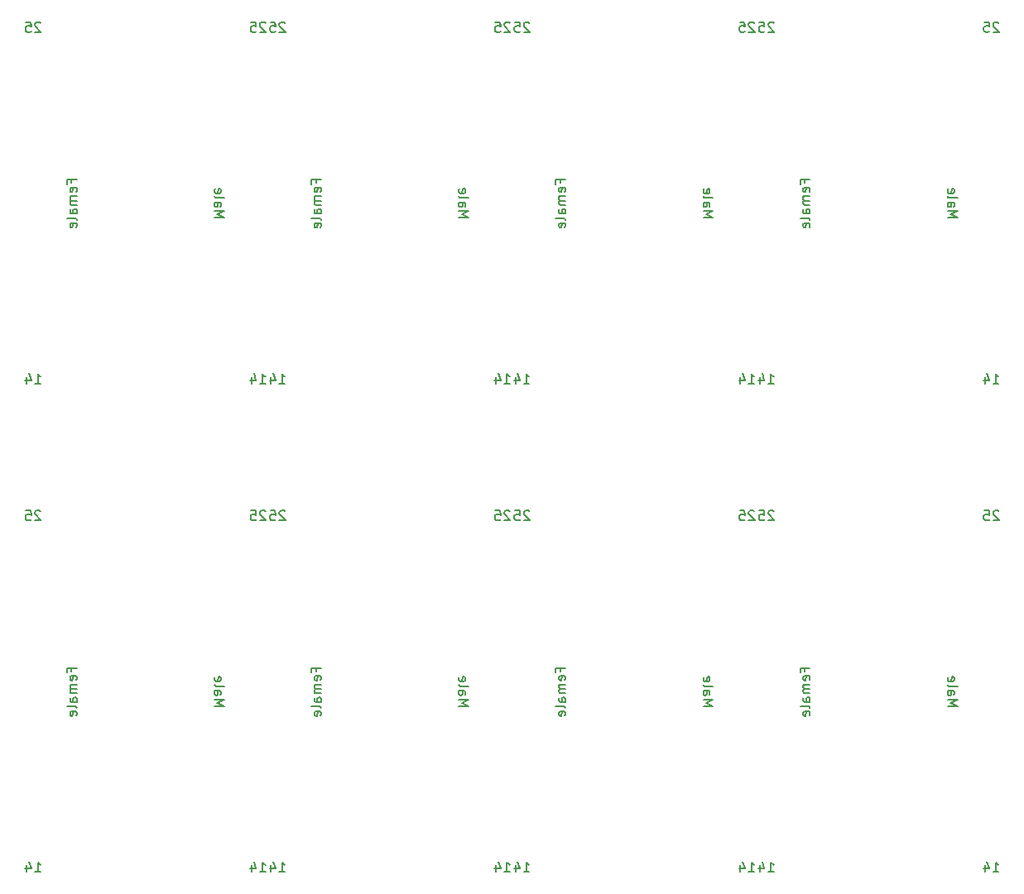
<source format=gbo>
G04 #@! TF.GenerationSoftware,KiCad,Pcbnew,(5.1.5)-3*
G04 #@! TF.CreationDate,2021-03-24T18:55:27+09:00*
G04 #@! TF.ProjectId,DSub25TestPoint(2x4),44537562-3235-4546-9573-74506f696e74,rev?*
G04 #@! TF.SameCoordinates,Original*
G04 #@! TF.FileFunction,Legend,Bot*
G04 #@! TF.FilePolarity,Positive*
%FSLAX46Y46*%
G04 Gerber Fmt 4.6, Leading zero omitted, Abs format (unit mm)*
G04 Created by KiCad (PCBNEW (5.1.5)-3) date 2021-03-24 18:55:27*
%MOMM*%
%LPD*%
G04 APERTURE LIST*
%ADD10C,0.150000*%
G04 APERTURE END LIST*
D10*
X106190476Y-73452380D02*
X106761904Y-73452380D01*
X106476190Y-73452380D02*
X106476190Y-72452380D01*
X106571428Y-72595238D01*
X106666666Y-72690476D01*
X106761904Y-72738095D01*
X105333333Y-72785714D02*
X105333333Y-73452380D01*
X105571428Y-72404761D02*
X105809523Y-73119047D01*
X105190476Y-73119047D01*
X129761904Y-86547619D02*
X129714285Y-86500000D01*
X129619047Y-86452380D01*
X129380952Y-86452380D01*
X129285714Y-86500000D01*
X129238095Y-86547619D01*
X129190476Y-86642857D01*
X129190476Y-86738095D01*
X129238095Y-86880952D01*
X129809523Y-87452380D01*
X129190476Y-87452380D01*
X128285714Y-86452380D02*
X128761904Y-86452380D01*
X128809523Y-86928571D01*
X128761904Y-86880952D01*
X128666666Y-86833333D01*
X128428571Y-86833333D01*
X128333333Y-86880952D01*
X128285714Y-86928571D01*
X128238095Y-87023809D01*
X128238095Y-87261904D01*
X128285714Y-87357142D01*
X128333333Y-87404761D01*
X128428571Y-87452380D01*
X128666666Y-87452380D01*
X128761904Y-87404761D01*
X128809523Y-87357142D01*
X124547619Y-106476190D02*
X125547619Y-106476190D01*
X124833333Y-106142857D01*
X125547619Y-105809523D01*
X124547619Y-105809523D01*
X124547619Y-104904761D02*
X125071428Y-104904761D01*
X125166666Y-104952380D01*
X125214285Y-105047619D01*
X125214285Y-105238095D01*
X125166666Y-105333333D01*
X124595238Y-104904761D02*
X124547619Y-105000000D01*
X124547619Y-105238095D01*
X124595238Y-105333333D01*
X124690476Y-105380952D01*
X124785714Y-105380952D01*
X124880952Y-105333333D01*
X124928571Y-105238095D01*
X124928571Y-105000000D01*
X124976190Y-104904761D01*
X124547619Y-104285714D02*
X124595238Y-104380952D01*
X124690476Y-104428571D01*
X125547619Y-104428571D01*
X124595238Y-103523809D02*
X124547619Y-103619047D01*
X124547619Y-103809523D01*
X124595238Y-103904761D01*
X124690476Y-103952380D01*
X125071428Y-103952380D01*
X125166666Y-103904761D01*
X125214285Y-103809523D01*
X125214285Y-103619047D01*
X125166666Y-103523809D01*
X125071428Y-103476190D01*
X124976190Y-103476190D01*
X124880952Y-103952380D01*
X106761904Y-36547619D02*
X106714285Y-36500000D01*
X106619047Y-36452380D01*
X106380952Y-36452380D01*
X106285714Y-36500000D01*
X106238095Y-36547619D01*
X106190476Y-36642857D01*
X106190476Y-36738095D01*
X106238095Y-36880952D01*
X106809523Y-37452380D01*
X106190476Y-37452380D01*
X105285714Y-36452380D02*
X105761904Y-36452380D01*
X105809523Y-36928571D01*
X105761904Y-36880952D01*
X105666666Y-36833333D01*
X105428571Y-36833333D01*
X105333333Y-36880952D01*
X105285714Y-36928571D01*
X105238095Y-37023809D01*
X105238095Y-37261904D01*
X105285714Y-37357142D01*
X105333333Y-37404761D01*
X105428571Y-37452380D01*
X105666666Y-37452380D01*
X105761904Y-37404761D01*
X105809523Y-37357142D01*
X109928571Y-102904761D02*
X109928571Y-102571428D01*
X110452380Y-102571428D02*
X109452380Y-102571428D01*
X109452380Y-103047619D01*
X110404761Y-103809523D02*
X110452380Y-103714285D01*
X110452380Y-103523809D01*
X110404761Y-103428571D01*
X110309523Y-103380952D01*
X109928571Y-103380952D01*
X109833333Y-103428571D01*
X109785714Y-103523809D01*
X109785714Y-103714285D01*
X109833333Y-103809523D01*
X109928571Y-103857142D01*
X110023809Y-103857142D01*
X110119047Y-103380952D01*
X110452380Y-104285714D02*
X109785714Y-104285714D01*
X109880952Y-104285714D02*
X109833333Y-104333333D01*
X109785714Y-104428571D01*
X109785714Y-104571428D01*
X109833333Y-104666666D01*
X109928571Y-104714285D01*
X110452380Y-104714285D01*
X109928571Y-104714285D02*
X109833333Y-104761904D01*
X109785714Y-104857142D01*
X109785714Y-105000000D01*
X109833333Y-105095238D01*
X109928571Y-105142857D01*
X110452380Y-105142857D01*
X110452380Y-106047619D02*
X109928571Y-106047619D01*
X109833333Y-106000000D01*
X109785714Y-105904761D01*
X109785714Y-105714285D01*
X109833333Y-105619047D01*
X110404761Y-106047619D02*
X110452380Y-105952380D01*
X110452380Y-105714285D01*
X110404761Y-105619047D01*
X110309523Y-105571428D01*
X110214285Y-105571428D01*
X110119047Y-105619047D01*
X110071428Y-105714285D01*
X110071428Y-105952380D01*
X110023809Y-106047619D01*
X110452380Y-106666666D02*
X110404761Y-106571428D01*
X110309523Y-106523809D01*
X109452380Y-106523809D01*
X110404761Y-107428571D02*
X110452380Y-107333333D01*
X110452380Y-107142857D01*
X110404761Y-107047619D01*
X110309523Y-107000000D01*
X109928571Y-107000000D01*
X109833333Y-107047619D01*
X109785714Y-107142857D01*
X109785714Y-107333333D01*
X109833333Y-107428571D01*
X109928571Y-107476190D01*
X110023809Y-107476190D01*
X110119047Y-107000000D01*
X129190476Y-123452380D02*
X129761904Y-123452380D01*
X129476190Y-123452380D02*
X129476190Y-122452380D01*
X129571428Y-122595238D01*
X129666666Y-122690476D01*
X129761904Y-122738095D01*
X128333333Y-122785714D02*
X128333333Y-123452380D01*
X128571428Y-122404761D02*
X128809523Y-123119047D01*
X128190476Y-123119047D01*
X129190476Y-73452380D02*
X129761904Y-73452380D01*
X129476190Y-73452380D02*
X129476190Y-72452380D01*
X129571428Y-72595238D01*
X129666666Y-72690476D01*
X129761904Y-72738095D01*
X128333333Y-72785714D02*
X128333333Y-73452380D01*
X128571428Y-72404761D02*
X128809523Y-73119047D01*
X128190476Y-73119047D01*
X129761904Y-36547619D02*
X129714285Y-36500000D01*
X129619047Y-36452380D01*
X129380952Y-36452380D01*
X129285714Y-36500000D01*
X129238095Y-36547619D01*
X129190476Y-36642857D01*
X129190476Y-36738095D01*
X129238095Y-36880952D01*
X129809523Y-37452380D01*
X129190476Y-37452380D01*
X128285714Y-36452380D02*
X128761904Y-36452380D01*
X128809523Y-36928571D01*
X128761904Y-36880952D01*
X128666666Y-36833333D01*
X128428571Y-36833333D01*
X128333333Y-36880952D01*
X128285714Y-36928571D01*
X128238095Y-37023809D01*
X128238095Y-37261904D01*
X128285714Y-37357142D01*
X128333333Y-37404761D01*
X128428571Y-37452380D01*
X128666666Y-37452380D01*
X128761904Y-37404761D01*
X128809523Y-37357142D01*
X124547619Y-56476190D02*
X125547619Y-56476190D01*
X124833333Y-56142857D01*
X125547619Y-55809523D01*
X124547619Y-55809523D01*
X124547619Y-54904761D02*
X125071428Y-54904761D01*
X125166666Y-54952380D01*
X125214285Y-55047619D01*
X125214285Y-55238095D01*
X125166666Y-55333333D01*
X124595238Y-54904761D02*
X124547619Y-55000000D01*
X124547619Y-55238095D01*
X124595238Y-55333333D01*
X124690476Y-55380952D01*
X124785714Y-55380952D01*
X124880952Y-55333333D01*
X124928571Y-55238095D01*
X124928571Y-55000000D01*
X124976190Y-54904761D01*
X124547619Y-54285714D02*
X124595238Y-54380952D01*
X124690476Y-54428571D01*
X125547619Y-54428571D01*
X124595238Y-53523809D02*
X124547619Y-53619047D01*
X124547619Y-53809523D01*
X124595238Y-53904761D01*
X124690476Y-53952380D01*
X125071428Y-53952380D01*
X125166666Y-53904761D01*
X125214285Y-53809523D01*
X125214285Y-53619047D01*
X125166666Y-53523809D01*
X125071428Y-53476190D01*
X124976190Y-53476190D01*
X124880952Y-53952380D01*
X106761904Y-86547619D02*
X106714285Y-86500000D01*
X106619047Y-86452380D01*
X106380952Y-86452380D01*
X106285714Y-86500000D01*
X106238095Y-86547619D01*
X106190476Y-86642857D01*
X106190476Y-86738095D01*
X106238095Y-86880952D01*
X106809523Y-87452380D01*
X106190476Y-87452380D01*
X105285714Y-86452380D02*
X105761904Y-86452380D01*
X105809523Y-86928571D01*
X105761904Y-86880952D01*
X105666666Y-86833333D01*
X105428571Y-86833333D01*
X105333333Y-86880952D01*
X105285714Y-86928571D01*
X105238095Y-87023809D01*
X105238095Y-87261904D01*
X105285714Y-87357142D01*
X105333333Y-87404761D01*
X105428571Y-87452380D01*
X105666666Y-87452380D01*
X105761904Y-87404761D01*
X105809523Y-87357142D01*
X109928571Y-52904761D02*
X109928571Y-52571428D01*
X110452380Y-52571428D02*
X109452380Y-52571428D01*
X109452380Y-53047619D01*
X110404761Y-53809523D02*
X110452380Y-53714285D01*
X110452380Y-53523809D01*
X110404761Y-53428571D01*
X110309523Y-53380952D01*
X109928571Y-53380952D01*
X109833333Y-53428571D01*
X109785714Y-53523809D01*
X109785714Y-53714285D01*
X109833333Y-53809523D01*
X109928571Y-53857142D01*
X110023809Y-53857142D01*
X110119047Y-53380952D01*
X110452380Y-54285714D02*
X109785714Y-54285714D01*
X109880952Y-54285714D02*
X109833333Y-54333333D01*
X109785714Y-54428571D01*
X109785714Y-54571428D01*
X109833333Y-54666666D01*
X109928571Y-54714285D01*
X110452380Y-54714285D01*
X109928571Y-54714285D02*
X109833333Y-54761904D01*
X109785714Y-54857142D01*
X109785714Y-55000000D01*
X109833333Y-55095238D01*
X109928571Y-55142857D01*
X110452380Y-55142857D01*
X110452380Y-56047619D02*
X109928571Y-56047619D01*
X109833333Y-56000000D01*
X109785714Y-55904761D01*
X109785714Y-55714285D01*
X109833333Y-55619047D01*
X110404761Y-56047619D02*
X110452380Y-55952380D01*
X110452380Y-55714285D01*
X110404761Y-55619047D01*
X110309523Y-55571428D01*
X110214285Y-55571428D01*
X110119047Y-55619047D01*
X110071428Y-55714285D01*
X110071428Y-55952380D01*
X110023809Y-56047619D01*
X110452380Y-56666666D02*
X110404761Y-56571428D01*
X110309523Y-56523809D01*
X109452380Y-56523809D01*
X110404761Y-57428571D02*
X110452380Y-57333333D01*
X110452380Y-57142857D01*
X110404761Y-57047619D01*
X110309523Y-57000000D01*
X109928571Y-57000000D01*
X109833333Y-57047619D01*
X109785714Y-57142857D01*
X109785714Y-57333333D01*
X109833333Y-57428571D01*
X109928571Y-57476190D01*
X110023809Y-57476190D01*
X110119047Y-57000000D01*
X106190476Y-123452380D02*
X106761904Y-123452380D01*
X106476190Y-123452380D02*
X106476190Y-122452380D01*
X106571428Y-122595238D01*
X106666666Y-122690476D01*
X106761904Y-122738095D01*
X105333333Y-122785714D02*
X105333333Y-123452380D01*
X105571428Y-122404761D02*
X105809523Y-123119047D01*
X105190476Y-123119047D01*
X81190476Y-123452380D02*
X81761904Y-123452380D01*
X81476190Y-123452380D02*
X81476190Y-122452380D01*
X81571428Y-122595238D01*
X81666666Y-122690476D01*
X81761904Y-122738095D01*
X80333333Y-122785714D02*
X80333333Y-123452380D01*
X80571428Y-122404761D02*
X80809523Y-123119047D01*
X80190476Y-123119047D01*
X104190476Y-123452380D02*
X104761904Y-123452380D01*
X104476190Y-123452380D02*
X104476190Y-122452380D01*
X104571428Y-122595238D01*
X104666666Y-122690476D01*
X104761904Y-122738095D01*
X103333333Y-122785714D02*
X103333333Y-123452380D01*
X103571428Y-122404761D02*
X103809523Y-123119047D01*
X103190476Y-123119047D01*
X84928571Y-102904761D02*
X84928571Y-102571428D01*
X85452380Y-102571428D02*
X84452380Y-102571428D01*
X84452380Y-103047619D01*
X85404761Y-103809523D02*
X85452380Y-103714285D01*
X85452380Y-103523809D01*
X85404761Y-103428571D01*
X85309523Y-103380952D01*
X84928571Y-103380952D01*
X84833333Y-103428571D01*
X84785714Y-103523809D01*
X84785714Y-103714285D01*
X84833333Y-103809523D01*
X84928571Y-103857142D01*
X85023809Y-103857142D01*
X85119047Y-103380952D01*
X85452380Y-104285714D02*
X84785714Y-104285714D01*
X84880952Y-104285714D02*
X84833333Y-104333333D01*
X84785714Y-104428571D01*
X84785714Y-104571428D01*
X84833333Y-104666666D01*
X84928571Y-104714285D01*
X85452380Y-104714285D01*
X84928571Y-104714285D02*
X84833333Y-104761904D01*
X84785714Y-104857142D01*
X84785714Y-105000000D01*
X84833333Y-105095238D01*
X84928571Y-105142857D01*
X85452380Y-105142857D01*
X85452380Y-106047619D02*
X84928571Y-106047619D01*
X84833333Y-106000000D01*
X84785714Y-105904761D01*
X84785714Y-105714285D01*
X84833333Y-105619047D01*
X85404761Y-106047619D02*
X85452380Y-105952380D01*
X85452380Y-105714285D01*
X85404761Y-105619047D01*
X85309523Y-105571428D01*
X85214285Y-105571428D01*
X85119047Y-105619047D01*
X85071428Y-105714285D01*
X85071428Y-105952380D01*
X85023809Y-106047619D01*
X85452380Y-106666666D02*
X85404761Y-106571428D01*
X85309523Y-106523809D01*
X84452380Y-106523809D01*
X85404761Y-107428571D02*
X85452380Y-107333333D01*
X85452380Y-107142857D01*
X85404761Y-107047619D01*
X85309523Y-107000000D01*
X84928571Y-107000000D01*
X84833333Y-107047619D01*
X84785714Y-107142857D01*
X84785714Y-107333333D01*
X84833333Y-107428571D01*
X84928571Y-107476190D01*
X85023809Y-107476190D01*
X85119047Y-107000000D01*
X81761904Y-86547619D02*
X81714285Y-86500000D01*
X81619047Y-86452380D01*
X81380952Y-86452380D01*
X81285714Y-86500000D01*
X81238095Y-86547619D01*
X81190476Y-86642857D01*
X81190476Y-86738095D01*
X81238095Y-86880952D01*
X81809523Y-87452380D01*
X81190476Y-87452380D01*
X80285714Y-86452380D02*
X80761904Y-86452380D01*
X80809523Y-86928571D01*
X80761904Y-86880952D01*
X80666666Y-86833333D01*
X80428571Y-86833333D01*
X80333333Y-86880952D01*
X80285714Y-86928571D01*
X80238095Y-87023809D01*
X80238095Y-87261904D01*
X80285714Y-87357142D01*
X80333333Y-87404761D01*
X80428571Y-87452380D01*
X80666666Y-87452380D01*
X80761904Y-87404761D01*
X80809523Y-87357142D01*
X104761904Y-86547619D02*
X104714285Y-86500000D01*
X104619047Y-86452380D01*
X104380952Y-86452380D01*
X104285714Y-86500000D01*
X104238095Y-86547619D01*
X104190476Y-86642857D01*
X104190476Y-86738095D01*
X104238095Y-86880952D01*
X104809523Y-87452380D01*
X104190476Y-87452380D01*
X103285714Y-86452380D02*
X103761904Y-86452380D01*
X103809523Y-86928571D01*
X103761904Y-86880952D01*
X103666666Y-86833333D01*
X103428571Y-86833333D01*
X103333333Y-86880952D01*
X103285714Y-86928571D01*
X103238095Y-87023809D01*
X103238095Y-87261904D01*
X103285714Y-87357142D01*
X103333333Y-87404761D01*
X103428571Y-87452380D01*
X103666666Y-87452380D01*
X103761904Y-87404761D01*
X103809523Y-87357142D01*
X99547619Y-106476190D02*
X100547619Y-106476190D01*
X99833333Y-106142857D01*
X100547619Y-105809523D01*
X99547619Y-105809523D01*
X99547619Y-104904761D02*
X100071428Y-104904761D01*
X100166666Y-104952380D01*
X100214285Y-105047619D01*
X100214285Y-105238095D01*
X100166666Y-105333333D01*
X99595238Y-104904761D02*
X99547619Y-105000000D01*
X99547619Y-105238095D01*
X99595238Y-105333333D01*
X99690476Y-105380952D01*
X99785714Y-105380952D01*
X99880952Y-105333333D01*
X99928571Y-105238095D01*
X99928571Y-105000000D01*
X99976190Y-104904761D01*
X99547619Y-104285714D02*
X99595238Y-104380952D01*
X99690476Y-104428571D01*
X100547619Y-104428571D01*
X99595238Y-103523809D02*
X99547619Y-103619047D01*
X99547619Y-103809523D01*
X99595238Y-103904761D01*
X99690476Y-103952380D01*
X100071428Y-103952380D01*
X100166666Y-103904761D01*
X100214285Y-103809523D01*
X100214285Y-103619047D01*
X100166666Y-103523809D01*
X100071428Y-103476190D01*
X99976190Y-103476190D01*
X99880952Y-103952380D01*
X81190476Y-73452380D02*
X81761904Y-73452380D01*
X81476190Y-73452380D02*
X81476190Y-72452380D01*
X81571428Y-72595238D01*
X81666666Y-72690476D01*
X81761904Y-72738095D01*
X80333333Y-72785714D02*
X80333333Y-73452380D01*
X80571428Y-72404761D02*
X80809523Y-73119047D01*
X80190476Y-73119047D01*
X99547619Y-56476190D02*
X100547619Y-56476190D01*
X99833333Y-56142857D01*
X100547619Y-55809523D01*
X99547619Y-55809523D01*
X99547619Y-54904761D02*
X100071428Y-54904761D01*
X100166666Y-54952380D01*
X100214285Y-55047619D01*
X100214285Y-55238095D01*
X100166666Y-55333333D01*
X99595238Y-54904761D02*
X99547619Y-55000000D01*
X99547619Y-55238095D01*
X99595238Y-55333333D01*
X99690476Y-55380952D01*
X99785714Y-55380952D01*
X99880952Y-55333333D01*
X99928571Y-55238095D01*
X99928571Y-55000000D01*
X99976190Y-54904761D01*
X99547619Y-54285714D02*
X99595238Y-54380952D01*
X99690476Y-54428571D01*
X100547619Y-54428571D01*
X99595238Y-53523809D02*
X99547619Y-53619047D01*
X99547619Y-53809523D01*
X99595238Y-53904761D01*
X99690476Y-53952380D01*
X100071428Y-53952380D01*
X100166666Y-53904761D01*
X100214285Y-53809523D01*
X100214285Y-53619047D01*
X100166666Y-53523809D01*
X100071428Y-53476190D01*
X99976190Y-53476190D01*
X99880952Y-53952380D01*
X104761904Y-36547619D02*
X104714285Y-36500000D01*
X104619047Y-36452380D01*
X104380952Y-36452380D01*
X104285714Y-36500000D01*
X104238095Y-36547619D01*
X104190476Y-36642857D01*
X104190476Y-36738095D01*
X104238095Y-36880952D01*
X104809523Y-37452380D01*
X104190476Y-37452380D01*
X103285714Y-36452380D02*
X103761904Y-36452380D01*
X103809523Y-36928571D01*
X103761904Y-36880952D01*
X103666666Y-36833333D01*
X103428571Y-36833333D01*
X103333333Y-36880952D01*
X103285714Y-36928571D01*
X103238095Y-37023809D01*
X103238095Y-37261904D01*
X103285714Y-37357142D01*
X103333333Y-37404761D01*
X103428571Y-37452380D01*
X103666666Y-37452380D01*
X103761904Y-37404761D01*
X103809523Y-37357142D01*
X104190476Y-73452380D02*
X104761904Y-73452380D01*
X104476190Y-73452380D02*
X104476190Y-72452380D01*
X104571428Y-72595238D01*
X104666666Y-72690476D01*
X104761904Y-72738095D01*
X103333333Y-72785714D02*
X103333333Y-73452380D01*
X103571428Y-72404761D02*
X103809523Y-73119047D01*
X103190476Y-73119047D01*
X81761904Y-36547619D02*
X81714285Y-36500000D01*
X81619047Y-36452380D01*
X81380952Y-36452380D01*
X81285714Y-36500000D01*
X81238095Y-36547619D01*
X81190476Y-36642857D01*
X81190476Y-36738095D01*
X81238095Y-36880952D01*
X81809523Y-37452380D01*
X81190476Y-37452380D01*
X80285714Y-36452380D02*
X80761904Y-36452380D01*
X80809523Y-36928571D01*
X80761904Y-36880952D01*
X80666666Y-36833333D01*
X80428571Y-36833333D01*
X80333333Y-36880952D01*
X80285714Y-36928571D01*
X80238095Y-37023809D01*
X80238095Y-37261904D01*
X80285714Y-37357142D01*
X80333333Y-37404761D01*
X80428571Y-37452380D01*
X80666666Y-37452380D01*
X80761904Y-37404761D01*
X80809523Y-37357142D01*
X84928571Y-52904761D02*
X84928571Y-52571428D01*
X85452380Y-52571428D02*
X84452380Y-52571428D01*
X84452380Y-53047619D01*
X85404761Y-53809523D02*
X85452380Y-53714285D01*
X85452380Y-53523809D01*
X85404761Y-53428571D01*
X85309523Y-53380952D01*
X84928571Y-53380952D01*
X84833333Y-53428571D01*
X84785714Y-53523809D01*
X84785714Y-53714285D01*
X84833333Y-53809523D01*
X84928571Y-53857142D01*
X85023809Y-53857142D01*
X85119047Y-53380952D01*
X85452380Y-54285714D02*
X84785714Y-54285714D01*
X84880952Y-54285714D02*
X84833333Y-54333333D01*
X84785714Y-54428571D01*
X84785714Y-54571428D01*
X84833333Y-54666666D01*
X84928571Y-54714285D01*
X85452380Y-54714285D01*
X84928571Y-54714285D02*
X84833333Y-54761904D01*
X84785714Y-54857142D01*
X84785714Y-55000000D01*
X84833333Y-55095238D01*
X84928571Y-55142857D01*
X85452380Y-55142857D01*
X85452380Y-56047619D02*
X84928571Y-56047619D01*
X84833333Y-56000000D01*
X84785714Y-55904761D01*
X84785714Y-55714285D01*
X84833333Y-55619047D01*
X85404761Y-56047619D02*
X85452380Y-55952380D01*
X85452380Y-55714285D01*
X85404761Y-55619047D01*
X85309523Y-55571428D01*
X85214285Y-55571428D01*
X85119047Y-55619047D01*
X85071428Y-55714285D01*
X85071428Y-55952380D01*
X85023809Y-56047619D01*
X85452380Y-56666666D02*
X85404761Y-56571428D01*
X85309523Y-56523809D01*
X84452380Y-56523809D01*
X85404761Y-57428571D02*
X85452380Y-57333333D01*
X85452380Y-57142857D01*
X85404761Y-57047619D01*
X85309523Y-57000000D01*
X84928571Y-57000000D01*
X84833333Y-57047619D01*
X84785714Y-57142857D01*
X84785714Y-57333333D01*
X84833333Y-57428571D01*
X84928571Y-57476190D01*
X85023809Y-57476190D01*
X85119047Y-57000000D01*
X56190476Y-123452380D02*
X56761904Y-123452380D01*
X56476190Y-123452380D02*
X56476190Y-122452380D01*
X56571428Y-122595238D01*
X56666666Y-122690476D01*
X56761904Y-122738095D01*
X55333333Y-122785714D02*
X55333333Y-123452380D01*
X55571428Y-122404761D02*
X55809523Y-123119047D01*
X55190476Y-123119047D01*
X79190476Y-123452380D02*
X79761904Y-123452380D01*
X79476190Y-123452380D02*
X79476190Y-122452380D01*
X79571428Y-122595238D01*
X79666666Y-122690476D01*
X79761904Y-122738095D01*
X78333333Y-122785714D02*
X78333333Y-123452380D01*
X78571428Y-122404761D02*
X78809523Y-123119047D01*
X78190476Y-123119047D01*
X59928571Y-102904761D02*
X59928571Y-102571428D01*
X60452380Y-102571428D02*
X59452380Y-102571428D01*
X59452380Y-103047619D01*
X60404761Y-103809523D02*
X60452380Y-103714285D01*
X60452380Y-103523809D01*
X60404761Y-103428571D01*
X60309523Y-103380952D01*
X59928571Y-103380952D01*
X59833333Y-103428571D01*
X59785714Y-103523809D01*
X59785714Y-103714285D01*
X59833333Y-103809523D01*
X59928571Y-103857142D01*
X60023809Y-103857142D01*
X60119047Y-103380952D01*
X60452380Y-104285714D02*
X59785714Y-104285714D01*
X59880952Y-104285714D02*
X59833333Y-104333333D01*
X59785714Y-104428571D01*
X59785714Y-104571428D01*
X59833333Y-104666666D01*
X59928571Y-104714285D01*
X60452380Y-104714285D01*
X59928571Y-104714285D02*
X59833333Y-104761904D01*
X59785714Y-104857142D01*
X59785714Y-105000000D01*
X59833333Y-105095238D01*
X59928571Y-105142857D01*
X60452380Y-105142857D01*
X60452380Y-106047619D02*
X59928571Y-106047619D01*
X59833333Y-106000000D01*
X59785714Y-105904761D01*
X59785714Y-105714285D01*
X59833333Y-105619047D01*
X60404761Y-106047619D02*
X60452380Y-105952380D01*
X60452380Y-105714285D01*
X60404761Y-105619047D01*
X60309523Y-105571428D01*
X60214285Y-105571428D01*
X60119047Y-105619047D01*
X60071428Y-105714285D01*
X60071428Y-105952380D01*
X60023809Y-106047619D01*
X60452380Y-106666666D02*
X60404761Y-106571428D01*
X60309523Y-106523809D01*
X59452380Y-106523809D01*
X60404761Y-107428571D02*
X60452380Y-107333333D01*
X60452380Y-107142857D01*
X60404761Y-107047619D01*
X60309523Y-107000000D01*
X59928571Y-107000000D01*
X59833333Y-107047619D01*
X59785714Y-107142857D01*
X59785714Y-107333333D01*
X59833333Y-107428571D01*
X59928571Y-107476190D01*
X60023809Y-107476190D01*
X60119047Y-107000000D01*
X56761904Y-86547619D02*
X56714285Y-86500000D01*
X56619047Y-86452380D01*
X56380952Y-86452380D01*
X56285714Y-86500000D01*
X56238095Y-86547619D01*
X56190476Y-86642857D01*
X56190476Y-86738095D01*
X56238095Y-86880952D01*
X56809523Y-87452380D01*
X56190476Y-87452380D01*
X55285714Y-86452380D02*
X55761904Y-86452380D01*
X55809523Y-86928571D01*
X55761904Y-86880952D01*
X55666666Y-86833333D01*
X55428571Y-86833333D01*
X55333333Y-86880952D01*
X55285714Y-86928571D01*
X55238095Y-87023809D01*
X55238095Y-87261904D01*
X55285714Y-87357142D01*
X55333333Y-87404761D01*
X55428571Y-87452380D01*
X55666666Y-87452380D01*
X55761904Y-87404761D01*
X55809523Y-87357142D01*
X79761904Y-86547619D02*
X79714285Y-86500000D01*
X79619047Y-86452380D01*
X79380952Y-86452380D01*
X79285714Y-86500000D01*
X79238095Y-86547619D01*
X79190476Y-86642857D01*
X79190476Y-86738095D01*
X79238095Y-86880952D01*
X79809523Y-87452380D01*
X79190476Y-87452380D01*
X78285714Y-86452380D02*
X78761904Y-86452380D01*
X78809523Y-86928571D01*
X78761904Y-86880952D01*
X78666666Y-86833333D01*
X78428571Y-86833333D01*
X78333333Y-86880952D01*
X78285714Y-86928571D01*
X78238095Y-87023809D01*
X78238095Y-87261904D01*
X78285714Y-87357142D01*
X78333333Y-87404761D01*
X78428571Y-87452380D01*
X78666666Y-87452380D01*
X78761904Y-87404761D01*
X78809523Y-87357142D01*
X74547619Y-106476190D02*
X75547619Y-106476190D01*
X74833333Y-106142857D01*
X75547619Y-105809523D01*
X74547619Y-105809523D01*
X74547619Y-104904761D02*
X75071428Y-104904761D01*
X75166666Y-104952380D01*
X75214285Y-105047619D01*
X75214285Y-105238095D01*
X75166666Y-105333333D01*
X74595238Y-104904761D02*
X74547619Y-105000000D01*
X74547619Y-105238095D01*
X74595238Y-105333333D01*
X74690476Y-105380952D01*
X74785714Y-105380952D01*
X74880952Y-105333333D01*
X74928571Y-105238095D01*
X74928571Y-105000000D01*
X74976190Y-104904761D01*
X74547619Y-104285714D02*
X74595238Y-104380952D01*
X74690476Y-104428571D01*
X75547619Y-104428571D01*
X74595238Y-103523809D02*
X74547619Y-103619047D01*
X74547619Y-103809523D01*
X74595238Y-103904761D01*
X74690476Y-103952380D01*
X75071428Y-103952380D01*
X75166666Y-103904761D01*
X75214285Y-103809523D01*
X75214285Y-103619047D01*
X75166666Y-103523809D01*
X75071428Y-103476190D01*
X74976190Y-103476190D01*
X74880952Y-103952380D01*
X56190476Y-73452380D02*
X56761904Y-73452380D01*
X56476190Y-73452380D02*
X56476190Y-72452380D01*
X56571428Y-72595238D01*
X56666666Y-72690476D01*
X56761904Y-72738095D01*
X55333333Y-72785714D02*
X55333333Y-73452380D01*
X55571428Y-72404761D02*
X55809523Y-73119047D01*
X55190476Y-73119047D01*
X74547619Y-56476190D02*
X75547619Y-56476190D01*
X74833333Y-56142857D01*
X75547619Y-55809523D01*
X74547619Y-55809523D01*
X74547619Y-54904761D02*
X75071428Y-54904761D01*
X75166666Y-54952380D01*
X75214285Y-55047619D01*
X75214285Y-55238095D01*
X75166666Y-55333333D01*
X74595238Y-54904761D02*
X74547619Y-55000000D01*
X74547619Y-55238095D01*
X74595238Y-55333333D01*
X74690476Y-55380952D01*
X74785714Y-55380952D01*
X74880952Y-55333333D01*
X74928571Y-55238095D01*
X74928571Y-55000000D01*
X74976190Y-54904761D01*
X74547619Y-54285714D02*
X74595238Y-54380952D01*
X74690476Y-54428571D01*
X75547619Y-54428571D01*
X74595238Y-53523809D02*
X74547619Y-53619047D01*
X74547619Y-53809523D01*
X74595238Y-53904761D01*
X74690476Y-53952380D01*
X75071428Y-53952380D01*
X75166666Y-53904761D01*
X75214285Y-53809523D01*
X75214285Y-53619047D01*
X75166666Y-53523809D01*
X75071428Y-53476190D01*
X74976190Y-53476190D01*
X74880952Y-53952380D01*
X79761904Y-36547619D02*
X79714285Y-36500000D01*
X79619047Y-36452380D01*
X79380952Y-36452380D01*
X79285714Y-36500000D01*
X79238095Y-36547619D01*
X79190476Y-36642857D01*
X79190476Y-36738095D01*
X79238095Y-36880952D01*
X79809523Y-37452380D01*
X79190476Y-37452380D01*
X78285714Y-36452380D02*
X78761904Y-36452380D01*
X78809523Y-36928571D01*
X78761904Y-36880952D01*
X78666666Y-36833333D01*
X78428571Y-36833333D01*
X78333333Y-36880952D01*
X78285714Y-36928571D01*
X78238095Y-37023809D01*
X78238095Y-37261904D01*
X78285714Y-37357142D01*
X78333333Y-37404761D01*
X78428571Y-37452380D01*
X78666666Y-37452380D01*
X78761904Y-37404761D01*
X78809523Y-37357142D01*
X79190476Y-73452380D02*
X79761904Y-73452380D01*
X79476190Y-73452380D02*
X79476190Y-72452380D01*
X79571428Y-72595238D01*
X79666666Y-72690476D01*
X79761904Y-72738095D01*
X78333333Y-72785714D02*
X78333333Y-73452380D01*
X78571428Y-72404761D02*
X78809523Y-73119047D01*
X78190476Y-73119047D01*
X56761904Y-36547619D02*
X56714285Y-36500000D01*
X56619047Y-36452380D01*
X56380952Y-36452380D01*
X56285714Y-36500000D01*
X56238095Y-36547619D01*
X56190476Y-36642857D01*
X56190476Y-36738095D01*
X56238095Y-36880952D01*
X56809523Y-37452380D01*
X56190476Y-37452380D01*
X55285714Y-36452380D02*
X55761904Y-36452380D01*
X55809523Y-36928571D01*
X55761904Y-36880952D01*
X55666666Y-36833333D01*
X55428571Y-36833333D01*
X55333333Y-36880952D01*
X55285714Y-36928571D01*
X55238095Y-37023809D01*
X55238095Y-37261904D01*
X55285714Y-37357142D01*
X55333333Y-37404761D01*
X55428571Y-37452380D01*
X55666666Y-37452380D01*
X55761904Y-37404761D01*
X55809523Y-37357142D01*
X59928571Y-52904761D02*
X59928571Y-52571428D01*
X60452380Y-52571428D02*
X59452380Y-52571428D01*
X59452380Y-53047619D01*
X60404761Y-53809523D02*
X60452380Y-53714285D01*
X60452380Y-53523809D01*
X60404761Y-53428571D01*
X60309523Y-53380952D01*
X59928571Y-53380952D01*
X59833333Y-53428571D01*
X59785714Y-53523809D01*
X59785714Y-53714285D01*
X59833333Y-53809523D01*
X59928571Y-53857142D01*
X60023809Y-53857142D01*
X60119047Y-53380952D01*
X60452380Y-54285714D02*
X59785714Y-54285714D01*
X59880952Y-54285714D02*
X59833333Y-54333333D01*
X59785714Y-54428571D01*
X59785714Y-54571428D01*
X59833333Y-54666666D01*
X59928571Y-54714285D01*
X60452380Y-54714285D01*
X59928571Y-54714285D02*
X59833333Y-54761904D01*
X59785714Y-54857142D01*
X59785714Y-55000000D01*
X59833333Y-55095238D01*
X59928571Y-55142857D01*
X60452380Y-55142857D01*
X60452380Y-56047619D02*
X59928571Y-56047619D01*
X59833333Y-56000000D01*
X59785714Y-55904761D01*
X59785714Y-55714285D01*
X59833333Y-55619047D01*
X60404761Y-56047619D02*
X60452380Y-55952380D01*
X60452380Y-55714285D01*
X60404761Y-55619047D01*
X60309523Y-55571428D01*
X60214285Y-55571428D01*
X60119047Y-55619047D01*
X60071428Y-55714285D01*
X60071428Y-55952380D01*
X60023809Y-56047619D01*
X60452380Y-56666666D02*
X60404761Y-56571428D01*
X60309523Y-56523809D01*
X59452380Y-56523809D01*
X60404761Y-57428571D02*
X60452380Y-57333333D01*
X60452380Y-57142857D01*
X60404761Y-57047619D01*
X60309523Y-57000000D01*
X59928571Y-57000000D01*
X59833333Y-57047619D01*
X59785714Y-57142857D01*
X59785714Y-57333333D01*
X59833333Y-57428571D01*
X59928571Y-57476190D01*
X60023809Y-57476190D01*
X60119047Y-57000000D01*
X49547619Y-56476190D02*
X50547619Y-56476190D01*
X49833333Y-56142857D01*
X50547619Y-55809523D01*
X49547619Y-55809523D01*
X49547619Y-54904761D02*
X50071428Y-54904761D01*
X50166666Y-54952380D01*
X50214285Y-55047619D01*
X50214285Y-55238095D01*
X50166666Y-55333333D01*
X49595238Y-54904761D02*
X49547619Y-55000000D01*
X49547619Y-55238095D01*
X49595238Y-55333333D01*
X49690476Y-55380952D01*
X49785714Y-55380952D01*
X49880952Y-55333333D01*
X49928571Y-55238095D01*
X49928571Y-55000000D01*
X49976190Y-54904761D01*
X49547619Y-54285714D02*
X49595238Y-54380952D01*
X49690476Y-54428571D01*
X50547619Y-54428571D01*
X49595238Y-53523809D02*
X49547619Y-53619047D01*
X49547619Y-53809523D01*
X49595238Y-53904761D01*
X49690476Y-53952380D01*
X50071428Y-53952380D01*
X50166666Y-53904761D01*
X50214285Y-53809523D01*
X50214285Y-53619047D01*
X50166666Y-53523809D01*
X50071428Y-53476190D01*
X49976190Y-53476190D01*
X49880952Y-53952380D01*
X34928571Y-52904761D02*
X34928571Y-52571428D01*
X35452380Y-52571428D02*
X34452380Y-52571428D01*
X34452380Y-53047619D01*
X35404761Y-53809523D02*
X35452380Y-53714285D01*
X35452380Y-53523809D01*
X35404761Y-53428571D01*
X35309523Y-53380952D01*
X34928571Y-53380952D01*
X34833333Y-53428571D01*
X34785714Y-53523809D01*
X34785714Y-53714285D01*
X34833333Y-53809523D01*
X34928571Y-53857142D01*
X35023809Y-53857142D01*
X35119047Y-53380952D01*
X35452380Y-54285714D02*
X34785714Y-54285714D01*
X34880952Y-54285714D02*
X34833333Y-54333333D01*
X34785714Y-54428571D01*
X34785714Y-54571428D01*
X34833333Y-54666666D01*
X34928571Y-54714285D01*
X35452380Y-54714285D01*
X34928571Y-54714285D02*
X34833333Y-54761904D01*
X34785714Y-54857142D01*
X34785714Y-55000000D01*
X34833333Y-55095238D01*
X34928571Y-55142857D01*
X35452380Y-55142857D01*
X35452380Y-56047619D02*
X34928571Y-56047619D01*
X34833333Y-56000000D01*
X34785714Y-55904761D01*
X34785714Y-55714285D01*
X34833333Y-55619047D01*
X35404761Y-56047619D02*
X35452380Y-55952380D01*
X35452380Y-55714285D01*
X35404761Y-55619047D01*
X35309523Y-55571428D01*
X35214285Y-55571428D01*
X35119047Y-55619047D01*
X35071428Y-55714285D01*
X35071428Y-55952380D01*
X35023809Y-56047619D01*
X35452380Y-56666666D02*
X35404761Y-56571428D01*
X35309523Y-56523809D01*
X34452380Y-56523809D01*
X35404761Y-57428571D02*
X35452380Y-57333333D01*
X35452380Y-57142857D01*
X35404761Y-57047619D01*
X35309523Y-57000000D01*
X34928571Y-57000000D01*
X34833333Y-57047619D01*
X34785714Y-57142857D01*
X34785714Y-57333333D01*
X34833333Y-57428571D01*
X34928571Y-57476190D01*
X35023809Y-57476190D01*
X35119047Y-57000000D01*
X54190476Y-73452380D02*
X54761904Y-73452380D01*
X54476190Y-73452380D02*
X54476190Y-72452380D01*
X54571428Y-72595238D01*
X54666666Y-72690476D01*
X54761904Y-72738095D01*
X53333333Y-72785714D02*
X53333333Y-73452380D01*
X53571428Y-72404761D02*
X53809523Y-73119047D01*
X53190476Y-73119047D01*
X31190476Y-73452380D02*
X31761904Y-73452380D01*
X31476190Y-73452380D02*
X31476190Y-72452380D01*
X31571428Y-72595238D01*
X31666666Y-72690476D01*
X31761904Y-72738095D01*
X30333333Y-72785714D02*
X30333333Y-73452380D01*
X30571428Y-72404761D02*
X30809523Y-73119047D01*
X30190476Y-73119047D01*
X54761904Y-36547619D02*
X54714285Y-36500000D01*
X54619047Y-36452380D01*
X54380952Y-36452380D01*
X54285714Y-36500000D01*
X54238095Y-36547619D01*
X54190476Y-36642857D01*
X54190476Y-36738095D01*
X54238095Y-36880952D01*
X54809523Y-37452380D01*
X54190476Y-37452380D01*
X53285714Y-36452380D02*
X53761904Y-36452380D01*
X53809523Y-36928571D01*
X53761904Y-36880952D01*
X53666666Y-36833333D01*
X53428571Y-36833333D01*
X53333333Y-36880952D01*
X53285714Y-36928571D01*
X53238095Y-37023809D01*
X53238095Y-37261904D01*
X53285714Y-37357142D01*
X53333333Y-37404761D01*
X53428571Y-37452380D01*
X53666666Y-37452380D01*
X53761904Y-37404761D01*
X53809523Y-37357142D01*
X31761904Y-36547619D02*
X31714285Y-36500000D01*
X31619047Y-36452380D01*
X31380952Y-36452380D01*
X31285714Y-36500000D01*
X31238095Y-36547619D01*
X31190476Y-36642857D01*
X31190476Y-36738095D01*
X31238095Y-36880952D01*
X31809523Y-37452380D01*
X31190476Y-37452380D01*
X30285714Y-36452380D02*
X30761904Y-36452380D01*
X30809523Y-36928571D01*
X30761904Y-36880952D01*
X30666666Y-36833333D01*
X30428571Y-36833333D01*
X30333333Y-36880952D01*
X30285714Y-36928571D01*
X30238095Y-37023809D01*
X30238095Y-37261904D01*
X30285714Y-37357142D01*
X30333333Y-37404761D01*
X30428571Y-37452380D01*
X30666666Y-37452380D01*
X30761904Y-37404761D01*
X30809523Y-37357142D01*
X49547619Y-106476190D02*
X50547619Y-106476190D01*
X49833333Y-106142857D01*
X50547619Y-105809523D01*
X49547619Y-105809523D01*
X49547619Y-104904761D02*
X50071428Y-104904761D01*
X50166666Y-104952380D01*
X50214285Y-105047619D01*
X50214285Y-105238095D01*
X50166666Y-105333333D01*
X49595238Y-104904761D02*
X49547619Y-105000000D01*
X49547619Y-105238095D01*
X49595238Y-105333333D01*
X49690476Y-105380952D01*
X49785714Y-105380952D01*
X49880952Y-105333333D01*
X49928571Y-105238095D01*
X49928571Y-105000000D01*
X49976190Y-104904761D01*
X49547619Y-104285714D02*
X49595238Y-104380952D01*
X49690476Y-104428571D01*
X50547619Y-104428571D01*
X49595238Y-103523809D02*
X49547619Y-103619047D01*
X49547619Y-103809523D01*
X49595238Y-103904761D01*
X49690476Y-103952380D01*
X50071428Y-103952380D01*
X50166666Y-103904761D01*
X50214285Y-103809523D01*
X50214285Y-103619047D01*
X50166666Y-103523809D01*
X50071428Y-103476190D01*
X49976190Y-103476190D01*
X49880952Y-103952380D01*
X34928571Y-102904761D02*
X34928571Y-102571428D01*
X35452380Y-102571428D02*
X34452380Y-102571428D01*
X34452380Y-103047619D01*
X35404761Y-103809523D02*
X35452380Y-103714285D01*
X35452380Y-103523809D01*
X35404761Y-103428571D01*
X35309523Y-103380952D01*
X34928571Y-103380952D01*
X34833333Y-103428571D01*
X34785714Y-103523809D01*
X34785714Y-103714285D01*
X34833333Y-103809523D01*
X34928571Y-103857142D01*
X35023809Y-103857142D01*
X35119047Y-103380952D01*
X35452380Y-104285714D02*
X34785714Y-104285714D01*
X34880952Y-104285714D02*
X34833333Y-104333333D01*
X34785714Y-104428571D01*
X34785714Y-104571428D01*
X34833333Y-104666666D01*
X34928571Y-104714285D01*
X35452380Y-104714285D01*
X34928571Y-104714285D02*
X34833333Y-104761904D01*
X34785714Y-104857142D01*
X34785714Y-105000000D01*
X34833333Y-105095238D01*
X34928571Y-105142857D01*
X35452380Y-105142857D01*
X35452380Y-106047619D02*
X34928571Y-106047619D01*
X34833333Y-106000000D01*
X34785714Y-105904761D01*
X34785714Y-105714285D01*
X34833333Y-105619047D01*
X35404761Y-106047619D02*
X35452380Y-105952380D01*
X35452380Y-105714285D01*
X35404761Y-105619047D01*
X35309523Y-105571428D01*
X35214285Y-105571428D01*
X35119047Y-105619047D01*
X35071428Y-105714285D01*
X35071428Y-105952380D01*
X35023809Y-106047619D01*
X35452380Y-106666666D02*
X35404761Y-106571428D01*
X35309523Y-106523809D01*
X34452380Y-106523809D01*
X35404761Y-107428571D02*
X35452380Y-107333333D01*
X35452380Y-107142857D01*
X35404761Y-107047619D01*
X35309523Y-107000000D01*
X34928571Y-107000000D01*
X34833333Y-107047619D01*
X34785714Y-107142857D01*
X34785714Y-107333333D01*
X34833333Y-107428571D01*
X34928571Y-107476190D01*
X35023809Y-107476190D01*
X35119047Y-107000000D01*
X54190476Y-123452380D02*
X54761904Y-123452380D01*
X54476190Y-123452380D02*
X54476190Y-122452380D01*
X54571428Y-122595238D01*
X54666666Y-122690476D01*
X54761904Y-122738095D01*
X53333333Y-122785714D02*
X53333333Y-123452380D01*
X53571428Y-122404761D02*
X53809523Y-123119047D01*
X53190476Y-123119047D01*
X31190476Y-123452380D02*
X31761904Y-123452380D01*
X31476190Y-123452380D02*
X31476190Y-122452380D01*
X31571428Y-122595238D01*
X31666666Y-122690476D01*
X31761904Y-122738095D01*
X30333333Y-122785714D02*
X30333333Y-123452380D01*
X30571428Y-122404761D02*
X30809523Y-123119047D01*
X30190476Y-123119047D01*
X54761904Y-86547619D02*
X54714285Y-86500000D01*
X54619047Y-86452380D01*
X54380952Y-86452380D01*
X54285714Y-86500000D01*
X54238095Y-86547619D01*
X54190476Y-86642857D01*
X54190476Y-86738095D01*
X54238095Y-86880952D01*
X54809523Y-87452380D01*
X54190476Y-87452380D01*
X53285714Y-86452380D02*
X53761904Y-86452380D01*
X53809523Y-86928571D01*
X53761904Y-86880952D01*
X53666666Y-86833333D01*
X53428571Y-86833333D01*
X53333333Y-86880952D01*
X53285714Y-86928571D01*
X53238095Y-87023809D01*
X53238095Y-87261904D01*
X53285714Y-87357142D01*
X53333333Y-87404761D01*
X53428571Y-87452380D01*
X53666666Y-87452380D01*
X53761904Y-87404761D01*
X53809523Y-87357142D01*
X31761904Y-86547619D02*
X31714285Y-86500000D01*
X31619047Y-86452380D01*
X31380952Y-86452380D01*
X31285714Y-86500000D01*
X31238095Y-86547619D01*
X31190476Y-86642857D01*
X31190476Y-86738095D01*
X31238095Y-86880952D01*
X31809523Y-87452380D01*
X31190476Y-87452380D01*
X30285714Y-86452380D02*
X30761904Y-86452380D01*
X30809523Y-86928571D01*
X30761904Y-86880952D01*
X30666666Y-86833333D01*
X30428571Y-86833333D01*
X30333333Y-86880952D01*
X30285714Y-86928571D01*
X30238095Y-87023809D01*
X30238095Y-87261904D01*
X30285714Y-87357142D01*
X30333333Y-87404761D01*
X30428571Y-87452380D01*
X30666666Y-87452380D01*
X30761904Y-87404761D01*
X30809523Y-87357142D01*
M02*

</source>
